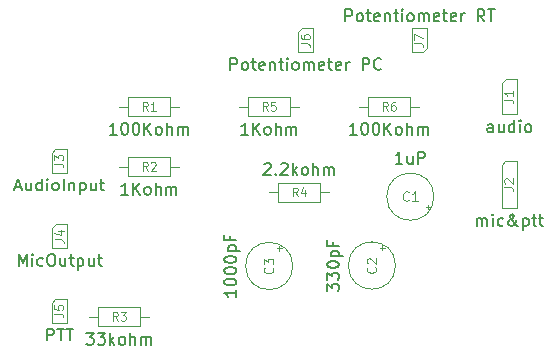
<source format=gbr>
%TF.GenerationSoftware,KiCad,Pcbnew,(6.0.10-0)*%
%TF.CreationDate,2023-01-15T22:19:44+09:00*%
%TF.ProjectId,interface,696e7465-7266-4616-9365-2e6b69636164,rev?*%
%TF.SameCoordinates,Original*%
%TF.FileFunction,AssemblyDrawing,Top*%
%FSLAX46Y46*%
G04 Gerber Fmt 4.6, Leading zero omitted, Abs format (unit mm)*
G04 Created by KiCad (PCBNEW (6.0.10-0)) date 2023-01-15 22:19:44*
%MOMM*%
%LPD*%
G01*
G04 APERTURE LIST*
%ADD10C,0.150000*%
%ADD11C,0.108000*%
%ADD12C,0.114000*%
%ADD13C,0.120000*%
%ADD14C,0.100000*%
G04 APERTURE END LIST*
D10*
%TO.C,R4*%
X139263809Y-98857619D02*
X139311428Y-98810000D01*
X139406666Y-98762380D01*
X139644761Y-98762380D01*
X139740000Y-98810000D01*
X139787619Y-98857619D01*
X139835238Y-98952857D01*
X139835238Y-99048095D01*
X139787619Y-99190952D01*
X139216190Y-99762380D01*
X139835238Y-99762380D01*
X140263809Y-99667142D02*
X140311428Y-99714761D01*
X140263809Y-99762380D01*
X140216190Y-99714761D01*
X140263809Y-99667142D01*
X140263809Y-99762380D01*
X140692380Y-98857619D02*
X140740000Y-98810000D01*
X140835238Y-98762380D01*
X141073333Y-98762380D01*
X141168571Y-98810000D01*
X141216190Y-98857619D01*
X141263809Y-98952857D01*
X141263809Y-99048095D01*
X141216190Y-99190952D01*
X140644761Y-99762380D01*
X141263809Y-99762380D01*
X141692380Y-99762380D02*
X141692380Y-98762380D01*
X141787619Y-99381428D02*
X142073333Y-99762380D01*
X142073333Y-99095714D02*
X141692380Y-99476666D01*
X142644761Y-99762380D02*
X142549523Y-99714761D01*
X142501904Y-99667142D01*
X142454285Y-99571904D01*
X142454285Y-99286190D01*
X142501904Y-99190952D01*
X142549523Y-99143333D01*
X142644761Y-99095714D01*
X142787619Y-99095714D01*
X142882857Y-99143333D01*
X142930476Y-99190952D01*
X142978095Y-99286190D01*
X142978095Y-99571904D01*
X142930476Y-99667142D01*
X142882857Y-99714761D01*
X142787619Y-99762380D01*
X142644761Y-99762380D01*
X143406666Y-99762380D02*
X143406666Y-98762380D01*
X143835238Y-99762380D02*
X143835238Y-99238571D01*
X143787619Y-99143333D01*
X143692380Y-99095714D01*
X143549523Y-99095714D01*
X143454285Y-99143333D01*
X143406666Y-99190952D01*
X144311428Y-99762380D02*
X144311428Y-99095714D01*
X144311428Y-99190952D02*
X144359047Y-99143333D01*
X144454285Y-99095714D01*
X144597142Y-99095714D01*
X144692380Y-99143333D01*
X144740000Y-99238571D01*
X144740000Y-99762380D01*
X144740000Y-99238571D02*
X144787619Y-99143333D01*
X144882857Y-99095714D01*
X145025714Y-99095714D01*
X145120952Y-99143333D01*
X145168571Y-99238571D01*
X145168571Y-99762380D01*
D11*
X142120000Y-101555714D02*
X141880000Y-101212857D01*
X141708571Y-101555714D02*
X141708571Y-100835714D01*
X141982857Y-100835714D01*
X142051428Y-100870000D01*
X142085714Y-100904285D01*
X142120000Y-100972857D01*
X142120000Y-101075714D01*
X142085714Y-101144285D01*
X142051428Y-101178571D01*
X141982857Y-101212857D01*
X141708571Y-101212857D01*
X142737142Y-101075714D02*
X142737142Y-101555714D01*
X142565714Y-100801428D02*
X142394285Y-101315714D01*
X142840000Y-101315714D01*
D10*
%TO.C,J4*%
X118502489Y-107468630D02*
X118502489Y-106468630D01*
X118835822Y-107182916D01*
X119169155Y-106468630D01*
X119169155Y-107468630D01*
X119645346Y-107468630D02*
X119645346Y-106801964D01*
X119645346Y-106468630D02*
X119597727Y-106516250D01*
X119645346Y-106563869D01*
X119692965Y-106516250D01*
X119645346Y-106468630D01*
X119645346Y-106563869D01*
X120550108Y-107421011D02*
X120454870Y-107468630D01*
X120264393Y-107468630D01*
X120169155Y-107421011D01*
X120121536Y-107373392D01*
X120073917Y-107278154D01*
X120073917Y-106992440D01*
X120121536Y-106897202D01*
X120169155Y-106849583D01*
X120264393Y-106801964D01*
X120454870Y-106801964D01*
X120550108Y-106849583D01*
X121169155Y-106468630D02*
X121359631Y-106468630D01*
X121454870Y-106516250D01*
X121550108Y-106611488D01*
X121597727Y-106801964D01*
X121597727Y-107135297D01*
X121550108Y-107325773D01*
X121454870Y-107421011D01*
X121359631Y-107468630D01*
X121169155Y-107468630D01*
X121073917Y-107421011D01*
X120978679Y-107325773D01*
X120931060Y-107135297D01*
X120931060Y-106801964D01*
X120978679Y-106611488D01*
X121073917Y-106516250D01*
X121169155Y-106468630D01*
X122454870Y-106801964D02*
X122454870Y-107468630D01*
X122026298Y-106801964D02*
X122026298Y-107325773D01*
X122073917Y-107421011D01*
X122169155Y-107468630D01*
X122312012Y-107468630D01*
X122407250Y-107421011D01*
X122454870Y-107373392D01*
X122788203Y-106801964D02*
X123169155Y-106801964D01*
X122931060Y-106468630D02*
X122931060Y-107325773D01*
X122978679Y-107421011D01*
X123073917Y-107468630D01*
X123169155Y-107468630D01*
X123502489Y-106801964D02*
X123502489Y-107801964D01*
X123502489Y-106849583D02*
X123597727Y-106801964D01*
X123788203Y-106801964D01*
X123883441Y-106849583D01*
X123931060Y-106897202D01*
X123978679Y-106992440D01*
X123978679Y-107278154D01*
X123931060Y-107373392D01*
X123883441Y-107421011D01*
X123788203Y-107468630D01*
X123597727Y-107468630D01*
X123502489Y-107421011D01*
X124835822Y-106801964D02*
X124835822Y-107468630D01*
X124407250Y-106801964D02*
X124407250Y-107325773D01*
X124454870Y-107421011D01*
X124550108Y-107468630D01*
X124692965Y-107468630D01*
X124788203Y-107421011D01*
X124835822Y-107373392D01*
X125169155Y-106801964D02*
X125550108Y-106801964D01*
X125312012Y-106468630D02*
X125312012Y-107325773D01*
X125359631Y-107421011D01*
X125454870Y-107468630D01*
X125550108Y-107468630D01*
D12*
X121538679Y-105209583D02*
X122081536Y-105209583D01*
X122190108Y-105245773D01*
X122262489Y-105318154D01*
X122298679Y-105426726D01*
X122298679Y-105499107D01*
X121792012Y-104521964D02*
X122298679Y-104521964D01*
X121502489Y-104702916D02*
X122045346Y-104883869D01*
X122045346Y-104413392D01*
D10*
%TO.C,J3*%
X118205714Y-100786666D02*
X118681904Y-100786666D01*
X118110476Y-101072380D02*
X118443809Y-100072380D01*
X118777142Y-101072380D01*
X119539047Y-100405714D02*
X119539047Y-101072380D01*
X119110476Y-100405714D02*
X119110476Y-100929523D01*
X119158095Y-101024761D01*
X119253333Y-101072380D01*
X119396190Y-101072380D01*
X119491428Y-101024761D01*
X119539047Y-100977142D01*
X120443809Y-101072380D02*
X120443809Y-100072380D01*
X120443809Y-101024761D02*
X120348571Y-101072380D01*
X120158095Y-101072380D01*
X120062857Y-101024761D01*
X120015238Y-100977142D01*
X119967619Y-100881904D01*
X119967619Y-100596190D01*
X120015238Y-100500952D01*
X120062857Y-100453333D01*
X120158095Y-100405714D01*
X120348571Y-100405714D01*
X120443809Y-100453333D01*
X120920000Y-101072380D02*
X120920000Y-100405714D01*
X120920000Y-100072380D02*
X120872380Y-100120000D01*
X120920000Y-100167619D01*
X120967619Y-100120000D01*
X120920000Y-100072380D01*
X120920000Y-100167619D01*
X121539047Y-101072380D02*
X121443809Y-101024761D01*
X121396190Y-100977142D01*
X121348571Y-100881904D01*
X121348571Y-100596190D01*
X121396190Y-100500952D01*
X121443809Y-100453333D01*
X121539047Y-100405714D01*
X121681904Y-100405714D01*
X121777142Y-100453333D01*
X121824761Y-100500952D01*
X121872380Y-100596190D01*
X121872380Y-100881904D01*
X121824761Y-100977142D01*
X121777142Y-101024761D01*
X121681904Y-101072380D01*
X121539047Y-101072380D01*
X122300952Y-101072380D02*
X122300952Y-100072380D01*
X122777142Y-100405714D02*
X122777142Y-101072380D01*
X122777142Y-100500952D02*
X122824761Y-100453333D01*
X122920000Y-100405714D01*
X123062857Y-100405714D01*
X123158095Y-100453333D01*
X123205714Y-100548571D01*
X123205714Y-101072380D01*
X123681904Y-100405714D02*
X123681904Y-101405714D01*
X123681904Y-100453333D02*
X123777142Y-100405714D01*
X123967619Y-100405714D01*
X124062857Y-100453333D01*
X124110476Y-100500952D01*
X124158095Y-100596190D01*
X124158095Y-100881904D01*
X124110476Y-100977142D01*
X124062857Y-101024761D01*
X123967619Y-101072380D01*
X123777142Y-101072380D01*
X123681904Y-101024761D01*
X125015238Y-100405714D02*
X125015238Y-101072380D01*
X124586666Y-100405714D02*
X124586666Y-100929523D01*
X124634285Y-101024761D01*
X124729523Y-101072380D01*
X124872380Y-101072380D01*
X124967619Y-101024761D01*
X125015238Y-100977142D01*
X125348571Y-100405714D02*
X125729523Y-100405714D01*
X125491428Y-100072380D02*
X125491428Y-100929523D01*
X125539047Y-101024761D01*
X125634285Y-101072380D01*
X125729523Y-101072380D01*
D12*
X121503809Y-98813333D02*
X122046666Y-98813333D01*
X122155238Y-98849523D01*
X122227619Y-98921904D01*
X122263809Y-99030476D01*
X122263809Y-99102857D01*
X121503809Y-98523809D02*
X121503809Y-98053333D01*
X121793333Y-98306666D01*
X121793333Y-98198095D01*
X121829523Y-98125714D01*
X121865714Y-98089523D01*
X121938095Y-98053333D01*
X122119047Y-98053333D01*
X122191428Y-98089523D01*
X122227619Y-98125714D01*
X122263809Y-98198095D01*
X122263809Y-98415238D01*
X122227619Y-98487619D01*
X122191428Y-98523809D01*
D10*
%TO.C,J6*%
X136424581Y-90867380D02*
X136424581Y-89867380D01*
X136805533Y-89867380D01*
X136900771Y-89915000D01*
X136948390Y-89962619D01*
X136996009Y-90057857D01*
X136996009Y-90200714D01*
X136948390Y-90295952D01*
X136900771Y-90343571D01*
X136805533Y-90391190D01*
X136424581Y-90391190D01*
X137567438Y-90867380D02*
X137472200Y-90819761D01*
X137424581Y-90772142D01*
X137376962Y-90676904D01*
X137376962Y-90391190D01*
X137424581Y-90295952D01*
X137472200Y-90248333D01*
X137567438Y-90200714D01*
X137710295Y-90200714D01*
X137805533Y-90248333D01*
X137853152Y-90295952D01*
X137900771Y-90391190D01*
X137900771Y-90676904D01*
X137853152Y-90772142D01*
X137805533Y-90819761D01*
X137710295Y-90867380D01*
X137567438Y-90867380D01*
X138186485Y-90200714D02*
X138567438Y-90200714D01*
X138329343Y-89867380D02*
X138329343Y-90724523D01*
X138376962Y-90819761D01*
X138472200Y-90867380D01*
X138567438Y-90867380D01*
X139281724Y-90819761D02*
X139186485Y-90867380D01*
X138996009Y-90867380D01*
X138900771Y-90819761D01*
X138853152Y-90724523D01*
X138853152Y-90343571D01*
X138900771Y-90248333D01*
X138996009Y-90200714D01*
X139186485Y-90200714D01*
X139281724Y-90248333D01*
X139329343Y-90343571D01*
X139329343Y-90438809D01*
X138853152Y-90534047D01*
X139757914Y-90200714D02*
X139757914Y-90867380D01*
X139757914Y-90295952D02*
X139805533Y-90248333D01*
X139900771Y-90200714D01*
X140043628Y-90200714D01*
X140138866Y-90248333D01*
X140186485Y-90343571D01*
X140186485Y-90867380D01*
X140519819Y-90200714D02*
X140900771Y-90200714D01*
X140662676Y-89867380D02*
X140662676Y-90724523D01*
X140710295Y-90819761D01*
X140805533Y-90867380D01*
X140900771Y-90867380D01*
X141234104Y-90867380D02*
X141234104Y-90200714D01*
X141234104Y-89867380D02*
X141186485Y-89915000D01*
X141234104Y-89962619D01*
X141281724Y-89915000D01*
X141234104Y-89867380D01*
X141234104Y-89962619D01*
X141853152Y-90867380D02*
X141757914Y-90819761D01*
X141710295Y-90772142D01*
X141662676Y-90676904D01*
X141662676Y-90391190D01*
X141710295Y-90295952D01*
X141757914Y-90248333D01*
X141853152Y-90200714D01*
X141996009Y-90200714D01*
X142091247Y-90248333D01*
X142138866Y-90295952D01*
X142186485Y-90391190D01*
X142186485Y-90676904D01*
X142138866Y-90772142D01*
X142091247Y-90819761D01*
X141996009Y-90867380D01*
X141853152Y-90867380D01*
X142615057Y-90867380D02*
X142615057Y-90200714D01*
X142615057Y-90295952D02*
X142662676Y-90248333D01*
X142757914Y-90200714D01*
X142900771Y-90200714D01*
X142996009Y-90248333D01*
X143043628Y-90343571D01*
X143043628Y-90867380D01*
X143043628Y-90343571D02*
X143091247Y-90248333D01*
X143186485Y-90200714D01*
X143329343Y-90200714D01*
X143424581Y-90248333D01*
X143472200Y-90343571D01*
X143472200Y-90867380D01*
X144329343Y-90819761D02*
X144234104Y-90867380D01*
X144043628Y-90867380D01*
X143948390Y-90819761D01*
X143900771Y-90724523D01*
X143900771Y-90343571D01*
X143948390Y-90248333D01*
X144043628Y-90200714D01*
X144234104Y-90200714D01*
X144329343Y-90248333D01*
X144376962Y-90343571D01*
X144376962Y-90438809D01*
X143900771Y-90534047D01*
X144662676Y-90200714D02*
X145043628Y-90200714D01*
X144805533Y-89867380D02*
X144805533Y-90724523D01*
X144853152Y-90819761D01*
X144948390Y-90867380D01*
X145043628Y-90867380D01*
X145757914Y-90819761D02*
X145662676Y-90867380D01*
X145472200Y-90867380D01*
X145376962Y-90819761D01*
X145329343Y-90724523D01*
X145329343Y-90343571D01*
X145376962Y-90248333D01*
X145472200Y-90200714D01*
X145662676Y-90200714D01*
X145757914Y-90248333D01*
X145805533Y-90343571D01*
X145805533Y-90438809D01*
X145329343Y-90534047D01*
X146234104Y-90867380D02*
X146234104Y-90200714D01*
X146234104Y-90391190D02*
X146281724Y-90295952D01*
X146329343Y-90248333D01*
X146424581Y-90200714D01*
X146519819Y-90200714D01*
X147615057Y-90867380D02*
X147615057Y-89867380D01*
X147996009Y-89867380D01*
X148091247Y-89915000D01*
X148138866Y-89962619D01*
X148186485Y-90057857D01*
X148186485Y-90200714D01*
X148138866Y-90295952D01*
X148091247Y-90343571D01*
X147996009Y-90391190D01*
X147615057Y-90391190D01*
X149186485Y-90772142D02*
X149138866Y-90819761D01*
X148996009Y-90867380D01*
X148900771Y-90867380D01*
X148757914Y-90819761D01*
X148662676Y-90724523D01*
X148615057Y-90629285D01*
X148567438Y-90438809D01*
X148567438Y-90295952D01*
X148615057Y-90105476D01*
X148662676Y-90010238D01*
X148757914Y-89915000D01*
X148900771Y-89867380D01*
X148996009Y-89867380D01*
X149138866Y-89915000D01*
X149186485Y-89962619D01*
D12*
X142365533Y-88608333D02*
X142908390Y-88608333D01*
X143016962Y-88644523D01*
X143089343Y-88716904D01*
X143125533Y-88825476D01*
X143125533Y-88897857D01*
X142365533Y-87920714D02*
X142365533Y-88065476D01*
X142401724Y-88137857D01*
X142437914Y-88174047D01*
X142546485Y-88246428D01*
X142691247Y-88282619D01*
X142980771Y-88282619D01*
X143053152Y-88246428D01*
X143089343Y-88210238D01*
X143125533Y-88137857D01*
X143125533Y-87993095D01*
X143089343Y-87920714D01*
X143053152Y-87884523D01*
X142980771Y-87848333D01*
X142799819Y-87848333D01*
X142727438Y-87884523D01*
X142691247Y-87920714D01*
X142655057Y-87993095D01*
X142655057Y-88137857D01*
X142691247Y-88210238D01*
X142727438Y-88246428D01*
X142799819Y-88282619D01*
D10*
%TO.C,R6*%
X147121904Y-96352380D02*
X146550476Y-96352380D01*
X146836190Y-96352380D02*
X146836190Y-95352380D01*
X146740952Y-95495238D01*
X146645714Y-95590476D01*
X146550476Y-95638095D01*
X147740952Y-95352380D02*
X147836190Y-95352380D01*
X147931428Y-95400000D01*
X147979047Y-95447619D01*
X148026666Y-95542857D01*
X148074285Y-95733333D01*
X148074285Y-95971428D01*
X148026666Y-96161904D01*
X147979047Y-96257142D01*
X147931428Y-96304761D01*
X147836190Y-96352380D01*
X147740952Y-96352380D01*
X147645714Y-96304761D01*
X147598095Y-96257142D01*
X147550476Y-96161904D01*
X147502857Y-95971428D01*
X147502857Y-95733333D01*
X147550476Y-95542857D01*
X147598095Y-95447619D01*
X147645714Y-95400000D01*
X147740952Y-95352380D01*
X148693333Y-95352380D02*
X148788571Y-95352380D01*
X148883809Y-95400000D01*
X148931428Y-95447619D01*
X148979047Y-95542857D01*
X149026666Y-95733333D01*
X149026666Y-95971428D01*
X148979047Y-96161904D01*
X148931428Y-96257142D01*
X148883809Y-96304761D01*
X148788571Y-96352380D01*
X148693333Y-96352380D01*
X148598095Y-96304761D01*
X148550476Y-96257142D01*
X148502857Y-96161904D01*
X148455238Y-95971428D01*
X148455238Y-95733333D01*
X148502857Y-95542857D01*
X148550476Y-95447619D01*
X148598095Y-95400000D01*
X148693333Y-95352380D01*
X149455238Y-96352380D02*
X149455238Y-95352380D01*
X150026666Y-96352380D02*
X149598095Y-95780952D01*
X150026666Y-95352380D02*
X149455238Y-95923809D01*
X150598095Y-96352380D02*
X150502857Y-96304761D01*
X150455238Y-96257142D01*
X150407619Y-96161904D01*
X150407619Y-95876190D01*
X150455238Y-95780952D01*
X150502857Y-95733333D01*
X150598095Y-95685714D01*
X150740952Y-95685714D01*
X150836190Y-95733333D01*
X150883809Y-95780952D01*
X150931428Y-95876190D01*
X150931428Y-96161904D01*
X150883809Y-96257142D01*
X150836190Y-96304761D01*
X150740952Y-96352380D01*
X150598095Y-96352380D01*
X151360000Y-96352380D02*
X151360000Y-95352380D01*
X151788571Y-96352380D02*
X151788571Y-95828571D01*
X151740952Y-95733333D01*
X151645714Y-95685714D01*
X151502857Y-95685714D01*
X151407619Y-95733333D01*
X151360000Y-95780952D01*
X152264761Y-96352380D02*
X152264761Y-95685714D01*
X152264761Y-95780952D02*
X152312380Y-95733333D01*
X152407619Y-95685714D01*
X152550476Y-95685714D01*
X152645714Y-95733333D01*
X152693333Y-95828571D01*
X152693333Y-96352380D01*
X152693333Y-95828571D02*
X152740952Y-95733333D01*
X152836190Y-95685714D01*
X152979047Y-95685714D01*
X153074285Y-95733333D01*
X153121904Y-95828571D01*
X153121904Y-96352380D01*
D11*
X149740000Y-94305714D02*
X149500000Y-93962857D01*
X149328571Y-94305714D02*
X149328571Y-93585714D01*
X149602857Y-93585714D01*
X149671428Y-93620000D01*
X149705714Y-93654285D01*
X149740000Y-93722857D01*
X149740000Y-93825714D01*
X149705714Y-93894285D01*
X149671428Y-93928571D01*
X149602857Y-93962857D01*
X149328571Y-93962857D01*
X150357142Y-93585714D02*
X150220000Y-93585714D01*
X150151428Y-93620000D01*
X150117142Y-93654285D01*
X150048571Y-93757142D01*
X150014285Y-93894285D01*
X150014285Y-94168571D01*
X150048571Y-94237142D01*
X150082857Y-94271428D01*
X150151428Y-94305714D01*
X150288571Y-94305714D01*
X150357142Y-94271428D01*
X150391428Y-94237142D01*
X150425714Y-94168571D01*
X150425714Y-93997142D01*
X150391428Y-93928571D01*
X150357142Y-93894285D01*
X150288571Y-93860000D01*
X150151428Y-93860000D01*
X150082857Y-93894285D01*
X150048571Y-93928571D01*
X150014285Y-93997142D01*
D10*
%TO.C,R5*%
X137914285Y-96352380D02*
X137342857Y-96352380D01*
X137628571Y-96352380D02*
X137628571Y-95352380D01*
X137533333Y-95495238D01*
X137438095Y-95590476D01*
X137342857Y-95638095D01*
X138342857Y-96352380D02*
X138342857Y-95352380D01*
X138914285Y-96352380D02*
X138485714Y-95780952D01*
X138914285Y-95352380D02*
X138342857Y-95923809D01*
X139485714Y-96352380D02*
X139390476Y-96304761D01*
X139342857Y-96257142D01*
X139295238Y-96161904D01*
X139295238Y-95876190D01*
X139342857Y-95780952D01*
X139390476Y-95733333D01*
X139485714Y-95685714D01*
X139628571Y-95685714D01*
X139723809Y-95733333D01*
X139771428Y-95780952D01*
X139819047Y-95876190D01*
X139819047Y-96161904D01*
X139771428Y-96257142D01*
X139723809Y-96304761D01*
X139628571Y-96352380D01*
X139485714Y-96352380D01*
X140247619Y-96352380D02*
X140247619Y-95352380D01*
X140676190Y-96352380D02*
X140676190Y-95828571D01*
X140628571Y-95733333D01*
X140533333Y-95685714D01*
X140390476Y-95685714D01*
X140295238Y-95733333D01*
X140247619Y-95780952D01*
X141152380Y-96352380D02*
X141152380Y-95685714D01*
X141152380Y-95780952D02*
X141200000Y-95733333D01*
X141295238Y-95685714D01*
X141438095Y-95685714D01*
X141533333Y-95733333D01*
X141580952Y-95828571D01*
X141580952Y-96352380D01*
X141580952Y-95828571D02*
X141628571Y-95733333D01*
X141723809Y-95685714D01*
X141866666Y-95685714D01*
X141961904Y-95733333D01*
X142009523Y-95828571D01*
X142009523Y-96352380D01*
D11*
X139580000Y-94305714D02*
X139340000Y-93962857D01*
X139168571Y-94305714D02*
X139168571Y-93585714D01*
X139442857Y-93585714D01*
X139511428Y-93620000D01*
X139545714Y-93654285D01*
X139580000Y-93722857D01*
X139580000Y-93825714D01*
X139545714Y-93894285D01*
X139511428Y-93928571D01*
X139442857Y-93962857D01*
X139168571Y-93962857D01*
X140231428Y-93585714D02*
X139888571Y-93585714D01*
X139854285Y-93928571D01*
X139888571Y-93894285D01*
X139957142Y-93860000D01*
X140128571Y-93860000D01*
X140197142Y-93894285D01*
X140231428Y-93928571D01*
X140265714Y-93997142D01*
X140265714Y-94168571D01*
X140231428Y-94237142D01*
X140197142Y-94271428D01*
X140128571Y-94305714D01*
X139957142Y-94305714D01*
X139888571Y-94271428D01*
X139854285Y-94237142D01*
D10*
%TO.C,R3*%
X124214285Y-113132380D02*
X124833333Y-113132380D01*
X124500000Y-113513333D01*
X124642857Y-113513333D01*
X124738095Y-113560952D01*
X124785714Y-113608571D01*
X124833333Y-113703809D01*
X124833333Y-113941904D01*
X124785714Y-114037142D01*
X124738095Y-114084761D01*
X124642857Y-114132380D01*
X124357142Y-114132380D01*
X124261904Y-114084761D01*
X124214285Y-114037142D01*
X125166666Y-113132380D02*
X125785714Y-113132380D01*
X125452380Y-113513333D01*
X125595238Y-113513333D01*
X125690476Y-113560952D01*
X125738095Y-113608571D01*
X125785714Y-113703809D01*
X125785714Y-113941904D01*
X125738095Y-114037142D01*
X125690476Y-114084761D01*
X125595238Y-114132380D01*
X125309523Y-114132380D01*
X125214285Y-114084761D01*
X125166666Y-114037142D01*
X126214285Y-114132380D02*
X126214285Y-113132380D01*
X126309523Y-113751428D02*
X126595238Y-114132380D01*
X126595238Y-113465714D02*
X126214285Y-113846666D01*
X127166666Y-114132380D02*
X127071428Y-114084761D01*
X127023809Y-114037142D01*
X126976190Y-113941904D01*
X126976190Y-113656190D01*
X127023809Y-113560952D01*
X127071428Y-113513333D01*
X127166666Y-113465714D01*
X127309523Y-113465714D01*
X127404761Y-113513333D01*
X127452380Y-113560952D01*
X127500000Y-113656190D01*
X127500000Y-113941904D01*
X127452380Y-114037142D01*
X127404761Y-114084761D01*
X127309523Y-114132380D01*
X127166666Y-114132380D01*
X127928571Y-114132380D02*
X127928571Y-113132380D01*
X128357142Y-114132380D02*
X128357142Y-113608571D01*
X128309523Y-113513333D01*
X128214285Y-113465714D01*
X128071428Y-113465714D01*
X127976190Y-113513333D01*
X127928571Y-113560952D01*
X128833333Y-114132380D02*
X128833333Y-113465714D01*
X128833333Y-113560952D02*
X128880952Y-113513333D01*
X128976190Y-113465714D01*
X129119047Y-113465714D01*
X129214285Y-113513333D01*
X129261904Y-113608571D01*
X129261904Y-114132380D01*
X129261904Y-113608571D02*
X129309523Y-113513333D01*
X129404761Y-113465714D01*
X129547619Y-113465714D01*
X129642857Y-113513333D01*
X129690476Y-113608571D01*
X129690476Y-114132380D01*
D11*
X126880000Y-112085714D02*
X126640000Y-111742857D01*
X126468571Y-112085714D02*
X126468571Y-111365714D01*
X126742857Y-111365714D01*
X126811428Y-111400000D01*
X126845714Y-111434285D01*
X126880000Y-111502857D01*
X126880000Y-111605714D01*
X126845714Y-111674285D01*
X126811428Y-111708571D01*
X126742857Y-111742857D01*
X126468571Y-111742857D01*
X127120000Y-111365714D02*
X127565714Y-111365714D01*
X127325714Y-111640000D01*
X127428571Y-111640000D01*
X127497142Y-111674285D01*
X127531428Y-111708571D01*
X127565714Y-111777142D01*
X127565714Y-111948571D01*
X127531428Y-112017142D01*
X127497142Y-112051428D01*
X127428571Y-112085714D01*
X127222857Y-112085714D01*
X127154285Y-112051428D01*
X127120000Y-112017142D01*
D10*
%TO.C,R2*%
X127754285Y-101432380D02*
X127182857Y-101432380D01*
X127468571Y-101432380D02*
X127468571Y-100432380D01*
X127373333Y-100575238D01*
X127278095Y-100670476D01*
X127182857Y-100718095D01*
X128182857Y-101432380D02*
X128182857Y-100432380D01*
X128754285Y-101432380D02*
X128325714Y-100860952D01*
X128754285Y-100432380D02*
X128182857Y-101003809D01*
X129325714Y-101432380D02*
X129230476Y-101384761D01*
X129182857Y-101337142D01*
X129135238Y-101241904D01*
X129135238Y-100956190D01*
X129182857Y-100860952D01*
X129230476Y-100813333D01*
X129325714Y-100765714D01*
X129468571Y-100765714D01*
X129563809Y-100813333D01*
X129611428Y-100860952D01*
X129659047Y-100956190D01*
X129659047Y-101241904D01*
X129611428Y-101337142D01*
X129563809Y-101384761D01*
X129468571Y-101432380D01*
X129325714Y-101432380D01*
X130087619Y-101432380D02*
X130087619Y-100432380D01*
X130516190Y-101432380D02*
X130516190Y-100908571D01*
X130468571Y-100813333D01*
X130373333Y-100765714D01*
X130230476Y-100765714D01*
X130135238Y-100813333D01*
X130087619Y-100860952D01*
X130992380Y-101432380D02*
X130992380Y-100765714D01*
X130992380Y-100860952D02*
X131040000Y-100813333D01*
X131135238Y-100765714D01*
X131278095Y-100765714D01*
X131373333Y-100813333D01*
X131420952Y-100908571D01*
X131420952Y-101432380D01*
X131420952Y-100908571D02*
X131468571Y-100813333D01*
X131563809Y-100765714D01*
X131706666Y-100765714D01*
X131801904Y-100813333D01*
X131849523Y-100908571D01*
X131849523Y-101432380D01*
D11*
X129420000Y-99385714D02*
X129180000Y-99042857D01*
X129008571Y-99385714D02*
X129008571Y-98665714D01*
X129282857Y-98665714D01*
X129351428Y-98700000D01*
X129385714Y-98734285D01*
X129420000Y-98802857D01*
X129420000Y-98905714D01*
X129385714Y-98974285D01*
X129351428Y-99008571D01*
X129282857Y-99042857D01*
X129008571Y-99042857D01*
X129694285Y-98734285D02*
X129728571Y-98700000D01*
X129797142Y-98665714D01*
X129968571Y-98665714D01*
X130037142Y-98700000D01*
X130071428Y-98734285D01*
X130105714Y-98802857D01*
X130105714Y-98871428D01*
X130071428Y-98974285D01*
X129660000Y-99385714D01*
X130105714Y-99385714D01*
D10*
%TO.C,R1*%
X126801904Y-96352380D02*
X126230476Y-96352380D01*
X126516190Y-96352380D02*
X126516190Y-95352380D01*
X126420952Y-95495238D01*
X126325714Y-95590476D01*
X126230476Y-95638095D01*
X127420952Y-95352380D02*
X127516190Y-95352380D01*
X127611428Y-95400000D01*
X127659047Y-95447619D01*
X127706666Y-95542857D01*
X127754285Y-95733333D01*
X127754285Y-95971428D01*
X127706666Y-96161904D01*
X127659047Y-96257142D01*
X127611428Y-96304761D01*
X127516190Y-96352380D01*
X127420952Y-96352380D01*
X127325714Y-96304761D01*
X127278095Y-96257142D01*
X127230476Y-96161904D01*
X127182857Y-95971428D01*
X127182857Y-95733333D01*
X127230476Y-95542857D01*
X127278095Y-95447619D01*
X127325714Y-95400000D01*
X127420952Y-95352380D01*
X128373333Y-95352380D02*
X128468571Y-95352380D01*
X128563809Y-95400000D01*
X128611428Y-95447619D01*
X128659047Y-95542857D01*
X128706666Y-95733333D01*
X128706666Y-95971428D01*
X128659047Y-96161904D01*
X128611428Y-96257142D01*
X128563809Y-96304761D01*
X128468571Y-96352380D01*
X128373333Y-96352380D01*
X128278095Y-96304761D01*
X128230476Y-96257142D01*
X128182857Y-96161904D01*
X128135238Y-95971428D01*
X128135238Y-95733333D01*
X128182857Y-95542857D01*
X128230476Y-95447619D01*
X128278095Y-95400000D01*
X128373333Y-95352380D01*
X129135238Y-96352380D02*
X129135238Y-95352380D01*
X129706666Y-96352380D02*
X129278095Y-95780952D01*
X129706666Y-95352380D02*
X129135238Y-95923809D01*
X130278095Y-96352380D02*
X130182857Y-96304761D01*
X130135238Y-96257142D01*
X130087619Y-96161904D01*
X130087619Y-95876190D01*
X130135238Y-95780952D01*
X130182857Y-95733333D01*
X130278095Y-95685714D01*
X130420952Y-95685714D01*
X130516190Y-95733333D01*
X130563809Y-95780952D01*
X130611428Y-95876190D01*
X130611428Y-96161904D01*
X130563809Y-96257142D01*
X130516190Y-96304761D01*
X130420952Y-96352380D01*
X130278095Y-96352380D01*
X131040000Y-96352380D02*
X131040000Y-95352380D01*
X131468571Y-96352380D02*
X131468571Y-95828571D01*
X131420952Y-95733333D01*
X131325714Y-95685714D01*
X131182857Y-95685714D01*
X131087619Y-95733333D01*
X131040000Y-95780952D01*
X131944761Y-96352380D02*
X131944761Y-95685714D01*
X131944761Y-95780952D02*
X131992380Y-95733333D01*
X132087619Y-95685714D01*
X132230476Y-95685714D01*
X132325714Y-95733333D01*
X132373333Y-95828571D01*
X132373333Y-96352380D01*
X132373333Y-95828571D02*
X132420952Y-95733333D01*
X132516190Y-95685714D01*
X132659047Y-95685714D01*
X132754285Y-95733333D01*
X132801904Y-95828571D01*
X132801904Y-96352380D01*
D11*
X129420000Y-94305714D02*
X129180000Y-93962857D01*
X129008571Y-94305714D02*
X129008571Y-93585714D01*
X129282857Y-93585714D01*
X129351428Y-93620000D01*
X129385714Y-93654285D01*
X129420000Y-93722857D01*
X129420000Y-93825714D01*
X129385714Y-93894285D01*
X129351428Y-93928571D01*
X129282857Y-93962857D01*
X129008571Y-93962857D01*
X130105714Y-94305714D02*
X129694285Y-94305714D01*
X129900000Y-94305714D02*
X129900000Y-93585714D01*
X129831428Y-93688571D01*
X129762857Y-93757142D01*
X129694285Y-93791428D01*
D10*
%TO.C,J7*%
X146161904Y-86751130D02*
X146161904Y-85751130D01*
X146542857Y-85751130D01*
X146638095Y-85798750D01*
X146685714Y-85846369D01*
X146733333Y-85941607D01*
X146733333Y-86084464D01*
X146685714Y-86179702D01*
X146638095Y-86227321D01*
X146542857Y-86274940D01*
X146161904Y-86274940D01*
X147304761Y-86751130D02*
X147209523Y-86703511D01*
X147161904Y-86655892D01*
X147114285Y-86560654D01*
X147114285Y-86274940D01*
X147161904Y-86179702D01*
X147209523Y-86132083D01*
X147304761Y-86084464D01*
X147447619Y-86084464D01*
X147542857Y-86132083D01*
X147590476Y-86179702D01*
X147638095Y-86274940D01*
X147638095Y-86560654D01*
X147590476Y-86655892D01*
X147542857Y-86703511D01*
X147447619Y-86751130D01*
X147304761Y-86751130D01*
X147923809Y-86084464D02*
X148304761Y-86084464D01*
X148066666Y-85751130D02*
X148066666Y-86608273D01*
X148114285Y-86703511D01*
X148209523Y-86751130D01*
X148304761Y-86751130D01*
X149019047Y-86703511D02*
X148923809Y-86751130D01*
X148733333Y-86751130D01*
X148638095Y-86703511D01*
X148590476Y-86608273D01*
X148590476Y-86227321D01*
X148638095Y-86132083D01*
X148733333Y-86084464D01*
X148923809Y-86084464D01*
X149019047Y-86132083D01*
X149066666Y-86227321D01*
X149066666Y-86322559D01*
X148590476Y-86417797D01*
X149495238Y-86084464D02*
X149495238Y-86751130D01*
X149495238Y-86179702D02*
X149542857Y-86132083D01*
X149638095Y-86084464D01*
X149780952Y-86084464D01*
X149876190Y-86132083D01*
X149923809Y-86227321D01*
X149923809Y-86751130D01*
X150257142Y-86084464D02*
X150638095Y-86084464D01*
X150400000Y-85751130D02*
X150400000Y-86608273D01*
X150447619Y-86703511D01*
X150542857Y-86751130D01*
X150638095Y-86751130D01*
X150971428Y-86751130D02*
X150971428Y-86084464D01*
X150971428Y-85751130D02*
X150923809Y-85798750D01*
X150971428Y-85846369D01*
X151019047Y-85798750D01*
X150971428Y-85751130D01*
X150971428Y-85846369D01*
X151590476Y-86751130D02*
X151495238Y-86703511D01*
X151447619Y-86655892D01*
X151400000Y-86560654D01*
X151400000Y-86274940D01*
X151447619Y-86179702D01*
X151495238Y-86132083D01*
X151590476Y-86084464D01*
X151733333Y-86084464D01*
X151828571Y-86132083D01*
X151876190Y-86179702D01*
X151923809Y-86274940D01*
X151923809Y-86560654D01*
X151876190Y-86655892D01*
X151828571Y-86703511D01*
X151733333Y-86751130D01*
X151590476Y-86751130D01*
X152352380Y-86751130D02*
X152352380Y-86084464D01*
X152352380Y-86179702D02*
X152400000Y-86132083D01*
X152495238Y-86084464D01*
X152638095Y-86084464D01*
X152733333Y-86132083D01*
X152780952Y-86227321D01*
X152780952Y-86751130D01*
X152780952Y-86227321D02*
X152828571Y-86132083D01*
X152923809Y-86084464D01*
X153066666Y-86084464D01*
X153161904Y-86132083D01*
X153209523Y-86227321D01*
X153209523Y-86751130D01*
X154066666Y-86703511D02*
X153971428Y-86751130D01*
X153780952Y-86751130D01*
X153685714Y-86703511D01*
X153638095Y-86608273D01*
X153638095Y-86227321D01*
X153685714Y-86132083D01*
X153780952Y-86084464D01*
X153971428Y-86084464D01*
X154066666Y-86132083D01*
X154114285Y-86227321D01*
X154114285Y-86322559D01*
X153638095Y-86417797D01*
X154400000Y-86084464D02*
X154780952Y-86084464D01*
X154542857Y-85751130D02*
X154542857Y-86608273D01*
X154590476Y-86703511D01*
X154685714Y-86751130D01*
X154780952Y-86751130D01*
X155495238Y-86703511D02*
X155400000Y-86751130D01*
X155209523Y-86751130D01*
X155114285Y-86703511D01*
X155066666Y-86608273D01*
X155066666Y-86227321D01*
X155114285Y-86132083D01*
X155209523Y-86084464D01*
X155400000Y-86084464D01*
X155495238Y-86132083D01*
X155542857Y-86227321D01*
X155542857Y-86322559D01*
X155066666Y-86417797D01*
X155971428Y-86751130D02*
X155971428Y-86084464D01*
X155971428Y-86274940D02*
X156019047Y-86179702D01*
X156066666Y-86132083D01*
X156161904Y-86084464D01*
X156257142Y-86084464D01*
X157923809Y-86751130D02*
X157590476Y-86274940D01*
X157352380Y-86751130D02*
X157352380Y-85751130D01*
X157733333Y-85751130D01*
X157828571Y-85798750D01*
X157876190Y-85846369D01*
X157923809Y-85941607D01*
X157923809Y-86084464D01*
X157876190Y-86179702D01*
X157828571Y-86227321D01*
X157733333Y-86274940D01*
X157352380Y-86274940D01*
X158209523Y-85751130D02*
X158780952Y-85751130D01*
X158495238Y-86751130D02*
X158495238Y-85751130D01*
D12*
X151983809Y-88612083D02*
X152526666Y-88612083D01*
X152635238Y-88648273D01*
X152707619Y-88720654D01*
X152743809Y-88829226D01*
X152743809Y-88901607D01*
X151983809Y-88322559D02*
X151983809Y-87815892D01*
X152743809Y-88141607D01*
D10*
%TO.C,J5*%
X120896190Y-113772380D02*
X120896190Y-112772380D01*
X121277142Y-112772380D01*
X121372380Y-112820000D01*
X121420000Y-112867619D01*
X121467619Y-112962857D01*
X121467619Y-113105714D01*
X121420000Y-113200952D01*
X121372380Y-113248571D01*
X121277142Y-113296190D01*
X120896190Y-113296190D01*
X121753333Y-112772380D02*
X122324761Y-112772380D01*
X122039047Y-113772380D02*
X122039047Y-112772380D01*
X122515238Y-112772380D02*
X123086666Y-112772380D01*
X122800952Y-113772380D02*
X122800952Y-112772380D01*
D12*
X121503809Y-111513333D02*
X122046666Y-111513333D01*
X122155238Y-111549523D01*
X122227619Y-111621904D01*
X122263809Y-111730476D01*
X122263809Y-111802857D01*
X121503809Y-110789523D02*
X121503809Y-111151428D01*
X121865714Y-111187619D01*
X121829523Y-111151428D01*
X121793333Y-111079047D01*
X121793333Y-110898095D01*
X121829523Y-110825714D01*
X121865714Y-110789523D01*
X121938095Y-110753333D01*
X122119047Y-110753333D01*
X122191428Y-110789523D01*
X122227619Y-110825714D01*
X122263809Y-110898095D01*
X122263809Y-111079047D01*
X122227619Y-111151428D01*
X122191428Y-111187619D01*
D10*
%TO.C,J2*%
X157281904Y-104072380D02*
X157281904Y-103405714D01*
X157281904Y-103500952D02*
X157329523Y-103453333D01*
X157424761Y-103405714D01*
X157567619Y-103405714D01*
X157662857Y-103453333D01*
X157710476Y-103548571D01*
X157710476Y-104072380D01*
X157710476Y-103548571D02*
X157758095Y-103453333D01*
X157853333Y-103405714D01*
X157996190Y-103405714D01*
X158091428Y-103453333D01*
X158139047Y-103548571D01*
X158139047Y-104072380D01*
X158615238Y-104072380D02*
X158615238Y-103405714D01*
X158615238Y-103072380D02*
X158567619Y-103120000D01*
X158615238Y-103167619D01*
X158662857Y-103120000D01*
X158615238Y-103072380D01*
X158615238Y-103167619D01*
X159520000Y-104024761D02*
X159424761Y-104072380D01*
X159234285Y-104072380D01*
X159139047Y-104024761D01*
X159091428Y-103977142D01*
X159043809Y-103881904D01*
X159043809Y-103596190D01*
X159091428Y-103500952D01*
X159139047Y-103453333D01*
X159234285Y-103405714D01*
X159424761Y-103405714D01*
X159520000Y-103453333D01*
X160758095Y-104072380D02*
X160710476Y-104072380D01*
X160615238Y-104024761D01*
X160472380Y-103881904D01*
X160234285Y-103596190D01*
X160139047Y-103453333D01*
X160091428Y-103310476D01*
X160091428Y-103215238D01*
X160139047Y-103120000D01*
X160234285Y-103072380D01*
X160281904Y-103072380D01*
X160377142Y-103120000D01*
X160424761Y-103215238D01*
X160424761Y-103262857D01*
X160377142Y-103358095D01*
X160329523Y-103405714D01*
X160043809Y-103596190D01*
X159996190Y-103643809D01*
X159948571Y-103739047D01*
X159948571Y-103881904D01*
X159996190Y-103977142D01*
X160043809Y-104024761D01*
X160139047Y-104072380D01*
X160281904Y-104072380D01*
X160377142Y-104024761D01*
X160424761Y-103977142D01*
X160567619Y-103786666D01*
X160615238Y-103643809D01*
X160615238Y-103548571D01*
X161186666Y-103405714D02*
X161186666Y-104405714D01*
X161186666Y-103453333D02*
X161281904Y-103405714D01*
X161472380Y-103405714D01*
X161567619Y-103453333D01*
X161615238Y-103500952D01*
X161662857Y-103596190D01*
X161662857Y-103881904D01*
X161615238Y-103977142D01*
X161567619Y-104024761D01*
X161472380Y-104072380D01*
X161281904Y-104072380D01*
X161186666Y-104024761D01*
X161948571Y-103405714D02*
X162329523Y-103405714D01*
X162091428Y-103072380D02*
X162091428Y-103929523D01*
X162139047Y-104024761D01*
X162234285Y-104072380D01*
X162329523Y-104072380D01*
X162520000Y-103405714D02*
X162900952Y-103405714D01*
X162662857Y-103072380D02*
X162662857Y-103929523D01*
X162710476Y-104024761D01*
X162805714Y-104072380D01*
X162900952Y-104072380D01*
D12*
X159603809Y-100813333D02*
X160146666Y-100813333D01*
X160255238Y-100849523D01*
X160327619Y-100921904D01*
X160363809Y-101030476D01*
X160363809Y-101102857D01*
X159676190Y-100487619D02*
X159640000Y-100451428D01*
X159603809Y-100379047D01*
X159603809Y-100198095D01*
X159640000Y-100125714D01*
X159676190Y-100089523D01*
X159748571Y-100053333D01*
X159820952Y-100053333D01*
X159929523Y-100089523D01*
X160363809Y-100523809D01*
X160363809Y-100053333D01*
D10*
%TO.C,J1*%
X158651073Y-96137380D02*
X158651073Y-95613571D01*
X158603454Y-95518333D01*
X158508216Y-95470714D01*
X158317740Y-95470714D01*
X158222502Y-95518333D01*
X158651073Y-96089761D02*
X158555835Y-96137380D01*
X158317740Y-96137380D01*
X158222502Y-96089761D01*
X158174883Y-95994523D01*
X158174883Y-95899285D01*
X158222502Y-95804047D01*
X158317740Y-95756428D01*
X158555835Y-95756428D01*
X158651073Y-95708809D01*
X159555835Y-95470714D02*
X159555835Y-96137380D01*
X159127264Y-95470714D02*
X159127264Y-95994523D01*
X159174883Y-96089761D01*
X159270121Y-96137380D01*
X159412978Y-96137380D01*
X159508216Y-96089761D01*
X159555835Y-96042142D01*
X160460597Y-96137380D02*
X160460597Y-95137380D01*
X160460597Y-96089761D02*
X160365359Y-96137380D01*
X160174883Y-96137380D01*
X160079645Y-96089761D01*
X160032026Y-96042142D01*
X159984406Y-95946904D01*
X159984406Y-95661190D01*
X160032026Y-95565952D01*
X160079645Y-95518333D01*
X160174883Y-95470714D01*
X160365359Y-95470714D01*
X160460597Y-95518333D01*
X160936787Y-96137380D02*
X160936787Y-95470714D01*
X160936787Y-95137380D02*
X160889168Y-95185000D01*
X160936787Y-95232619D01*
X160984406Y-95185000D01*
X160936787Y-95137380D01*
X160936787Y-95232619D01*
X161555835Y-96137380D02*
X161460597Y-96089761D01*
X161412978Y-96042142D01*
X161365359Y-95946904D01*
X161365359Y-95661190D01*
X161412978Y-95565952D01*
X161460597Y-95518333D01*
X161555835Y-95470714D01*
X161698692Y-95470714D01*
X161793930Y-95518333D01*
X161841549Y-95565952D01*
X161889168Y-95661190D01*
X161889168Y-95946904D01*
X161841549Y-96042142D01*
X161793930Y-96089761D01*
X161698692Y-96137380D01*
X161555835Y-96137380D01*
D12*
X159615835Y-93378333D02*
X160158692Y-93378333D01*
X160267264Y-93414523D01*
X160339645Y-93486904D01*
X160375835Y-93595476D01*
X160375835Y-93667857D01*
X160375835Y-92618333D02*
X160375835Y-93052619D01*
X160375835Y-92835476D02*
X159615835Y-92835476D01*
X159724406Y-92907857D01*
X159796787Y-92980238D01*
X159832978Y-93052619D01*
D10*
%TO.C,C3*%
X136902380Y-109491255D02*
X136902380Y-110062684D01*
X136902380Y-109776969D02*
X135902380Y-109776969D01*
X136045238Y-109872207D01*
X136140476Y-109967446D01*
X136188095Y-110062684D01*
X135902380Y-108872207D02*
X135902380Y-108776969D01*
X135950000Y-108681731D01*
X135997619Y-108634112D01*
X136092857Y-108586493D01*
X136283333Y-108538874D01*
X136521428Y-108538874D01*
X136711904Y-108586493D01*
X136807142Y-108634112D01*
X136854761Y-108681731D01*
X136902380Y-108776969D01*
X136902380Y-108872207D01*
X136854761Y-108967446D01*
X136807142Y-109015065D01*
X136711904Y-109062684D01*
X136521428Y-109110303D01*
X136283333Y-109110303D01*
X136092857Y-109062684D01*
X135997619Y-109015065D01*
X135950000Y-108967446D01*
X135902380Y-108872207D01*
X135902380Y-107919826D02*
X135902380Y-107824588D01*
X135950000Y-107729350D01*
X135997619Y-107681731D01*
X136092857Y-107634112D01*
X136283333Y-107586493D01*
X136521428Y-107586493D01*
X136711904Y-107634112D01*
X136807142Y-107681731D01*
X136854761Y-107729350D01*
X136902380Y-107824588D01*
X136902380Y-107919826D01*
X136854761Y-108015065D01*
X136807142Y-108062684D01*
X136711904Y-108110303D01*
X136521428Y-108157922D01*
X136283333Y-108157922D01*
X136092857Y-108110303D01*
X135997619Y-108062684D01*
X135950000Y-108015065D01*
X135902380Y-107919826D01*
X135902380Y-106967446D02*
X135902380Y-106872207D01*
X135950000Y-106776969D01*
X135997619Y-106729350D01*
X136092857Y-106681731D01*
X136283333Y-106634112D01*
X136521428Y-106634112D01*
X136711904Y-106681731D01*
X136807142Y-106729350D01*
X136854761Y-106776969D01*
X136902380Y-106872207D01*
X136902380Y-106967446D01*
X136854761Y-107062684D01*
X136807142Y-107110303D01*
X136711904Y-107157922D01*
X136521428Y-107205541D01*
X136283333Y-107205541D01*
X136092857Y-107157922D01*
X135997619Y-107110303D01*
X135950000Y-107062684D01*
X135902380Y-106967446D01*
X136235714Y-106205541D02*
X137235714Y-106205541D01*
X136283333Y-106205541D02*
X136235714Y-106110303D01*
X136235714Y-105919826D01*
X136283333Y-105824588D01*
X136330952Y-105776969D01*
X136426190Y-105729350D01*
X136711904Y-105729350D01*
X136807142Y-105776969D01*
X136854761Y-105824588D01*
X136902380Y-105919826D01*
X136902380Y-106110303D01*
X136854761Y-106205541D01*
X136378571Y-104967446D02*
X136378571Y-105300779D01*
X136902380Y-105300779D02*
X135902380Y-105300779D01*
X135902380Y-104824588D01*
D13*
X139985714Y-107600779D02*
X140023809Y-107638874D01*
X140061904Y-107753160D01*
X140061904Y-107829350D01*
X140023809Y-107943636D01*
X139947619Y-108019826D01*
X139871428Y-108057922D01*
X139719047Y-108096017D01*
X139604761Y-108096017D01*
X139452380Y-108057922D01*
X139376190Y-108019826D01*
X139300000Y-107943636D01*
X139261904Y-107829350D01*
X139261904Y-107753160D01*
X139300000Y-107638874D01*
X139338095Y-107600779D01*
X139261904Y-107334112D02*
X139261904Y-106838874D01*
X139566666Y-107105541D01*
X139566666Y-106991255D01*
X139604761Y-106915065D01*
X139642857Y-106876969D01*
X139719047Y-106838874D01*
X139909523Y-106838874D01*
X139985714Y-106876969D01*
X140023809Y-106915065D01*
X140061904Y-106991255D01*
X140061904Y-107219826D01*
X140023809Y-107296017D01*
X139985714Y-107334112D01*
D10*
%TO.C,C2*%
X144602380Y-109596666D02*
X144602380Y-108977619D01*
X144983333Y-109310952D01*
X144983333Y-109168095D01*
X145030952Y-109072857D01*
X145078571Y-109025238D01*
X145173809Y-108977619D01*
X145411904Y-108977619D01*
X145507142Y-109025238D01*
X145554761Y-109072857D01*
X145602380Y-109168095D01*
X145602380Y-109453809D01*
X145554761Y-109549047D01*
X145507142Y-109596666D01*
X144602380Y-108644285D02*
X144602380Y-108025238D01*
X144983333Y-108358571D01*
X144983333Y-108215714D01*
X145030952Y-108120476D01*
X145078571Y-108072857D01*
X145173809Y-108025238D01*
X145411904Y-108025238D01*
X145507142Y-108072857D01*
X145554761Y-108120476D01*
X145602380Y-108215714D01*
X145602380Y-108501428D01*
X145554761Y-108596666D01*
X145507142Y-108644285D01*
X144602380Y-107406190D02*
X144602380Y-107310952D01*
X144650000Y-107215714D01*
X144697619Y-107168095D01*
X144792857Y-107120476D01*
X144983333Y-107072857D01*
X145221428Y-107072857D01*
X145411904Y-107120476D01*
X145507142Y-107168095D01*
X145554761Y-107215714D01*
X145602380Y-107310952D01*
X145602380Y-107406190D01*
X145554761Y-107501428D01*
X145507142Y-107549047D01*
X145411904Y-107596666D01*
X145221428Y-107644285D01*
X144983333Y-107644285D01*
X144792857Y-107596666D01*
X144697619Y-107549047D01*
X144650000Y-107501428D01*
X144602380Y-107406190D01*
X144935714Y-106644285D02*
X145935714Y-106644285D01*
X144983333Y-106644285D02*
X144935714Y-106549047D01*
X144935714Y-106358571D01*
X144983333Y-106263333D01*
X145030952Y-106215714D01*
X145126190Y-106168095D01*
X145411904Y-106168095D01*
X145507142Y-106215714D01*
X145554761Y-106263333D01*
X145602380Y-106358571D01*
X145602380Y-106549047D01*
X145554761Y-106644285D01*
X145078571Y-105406190D02*
X145078571Y-105739523D01*
X145602380Y-105739523D02*
X144602380Y-105739523D01*
X144602380Y-105263333D01*
D13*
X148685714Y-107563333D02*
X148723809Y-107601428D01*
X148761904Y-107715714D01*
X148761904Y-107791904D01*
X148723809Y-107906190D01*
X148647619Y-107982380D01*
X148571428Y-108020476D01*
X148419047Y-108058571D01*
X148304761Y-108058571D01*
X148152380Y-108020476D01*
X148076190Y-107982380D01*
X148000000Y-107906190D01*
X147961904Y-107791904D01*
X147961904Y-107715714D01*
X148000000Y-107601428D01*
X148038095Y-107563333D01*
X148038095Y-107258571D02*
X148000000Y-107220476D01*
X147961904Y-107144285D01*
X147961904Y-106953809D01*
X148000000Y-106877619D01*
X148038095Y-106839523D01*
X148114285Y-106801428D01*
X148190476Y-106801428D01*
X148304761Y-106839523D01*
X148761904Y-107296666D01*
X148761904Y-106801428D01*
D10*
%TO.C,C1*%
X150983333Y-98802380D02*
X150411904Y-98802380D01*
X150697619Y-98802380D02*
X150697619Y-97802380D01*
X150602380Y-97945238D01*
X150507142Y-98040476D01*
X150411904Y-98088095D01*
X151840476Y-98135714D02*
X151840476Y-98802380D01*
X151411904Y-98135714D02*
X151411904Y-98659523D01*
X151459523Y-98754761D01*
X151554761Y-98802380D01*
X151697619Y-98802380D01*
X151792857Y-98754761D01*
X151840476Y-98707142D01*
X152316666Y-98802380D02*
X152316666Y-97802380D01*
X152697619Y-97802380D01*
X152792857Y-97850000D01*
X152840476Y-97897619D01*
X152888095Y-97992857D01*
X152888095Y-98135714D01*
X152840476Y-98230952D01*
X152792857Y-98278571D01*
X152697619Y-98326190D01*
X152316666Y-98326190D01*
D13*
X151516666Y-101885714D02*
X151478571Y-101923809D01*
X151364285Y-101961904D01*
X151288095Y-101961904D01*
X151173809Y-101923809D01*
X151097619Y-101847619D01*
X151059523Y-101771428D01*
X151021428Y-101619047D01*
X151021428Y-101504761D01*
X151059523Y-101352380D01*
X151097619Y-101276190D01*
X151173809Y-101200000D01*
X151288095Y-101161904D01*
X151364285Y-101161904D01*
X151478571Y-101200000D01*
X151516666Y-101238095D01*
X152278571Y-101961904D02*
X151821428Y-101961904D01*
X152050000Y-101961904D02*
X152050000Y-101161904D01*
X151973809Y-101276190D01*
X151897619Y-101352380D01*
X151821428Y-101390476D01*
D14*
%TO.C,R4*%
X140440000Y-100430000D02*
X140440000Y-102030000D01*
X144780000Y-101230000D02*
X144040000Y-101230000D01*
X144040000Y-102030000D02*
X144040000Y-100430000D01*
X144040000Y-100430000D02*
X140440000Y-100430000D01*
X140440000Y-102030000D02*
X144040000Y-102030000D01*
X139700000Y-101230000D02*
X140440000Y-101230000D01*
%TO.C,J4*%
X122589870Y-105956250D02*
X121319870Y-105956250D01*
X121319870Y-105956250D02*
X121319870Y-104273750D01*
X121637370Y-103956250D02*
X122589870Y-103956250D01*
X121319870Y-104273750D02*
X121637370Y-103956250D01*
X122589870Y-103956250D02*
X122589870Y-105956250D01*
%TO.C,J3*%
X122555000Y-99560000D02*
X121285000Y-99560000D01*
X121285000Y-99560000D02*
X121285000Y-97877500D01*
X121602500Y-97560000D02*
X122555000Y-97560000D01*
X121285000Y-97877500D02*
X121602500Y-97560000D01*
X122555000Y-97560000D02*
X122555000Y-99560000D01*
%TO.C,J6*%
X143416724Y-89355000D02*
X142146724Y-89355000D01*
X142146724Y-89355000D02*
X142146724Y-87672500D01*
X142464224Y-87355000D02*
X143416724Y-87355000D01*
X142146724Y-87672500D02*
X142464224Y-87355000D01*
X143416724Y-87355000D02*
X143416724Y-89355000D01*
%TO.C,R6*%
X151660000Y-94780000D02*
X151660000Y-93180000D01*
X147320000Y-93980000D02*
X148060000Y-93980000D01*
X148060000Y-93180000D02*
X148060000Y-94780000D01*
X148060000Y-94780000D02*
X151660000Y-94780000D01*
X151660000Y-93180000D02*
X148060000Y-93180000D01*
X152400000Y-93980000D02*
X151660000Y-93980000D01*
%TO.C,R5*%
X141500000Y-94780000D02*
X141500000Y-93180000D01*
X137160000Y-93980000D02*
X137900000Y-93980000D01*
X137900000Y-93180000D02*
X137900000Y-94780000D01*
X137900000Y-94780000D02*
X141500000Y-94780000D01*
X141500000Y-93180000D02*
X137900000Y-93180000D01*
X142240000Y-93980000D02*
X141500000Y-93980000D01*
%TO.C,R3*%
X128800000Y-112560000D02*
X128800000Y-110960000D01*
X124460000Y-111760000D02*
X125200000Y-111760000D01*
X125200000Y-110960000D02*
X125200000Y-112560000D01*
X125200000Y-112560000D02*
X128800000Y-112560000D01*
X128800000Y-110960000D02*
X125200000Y-110960000D01*
X129540000Y-111760000D02*
X128800000Y-111760000D01*
%TO.C,R2*%
X131340000Y-99860000D02*
X131340000Y-98260000D01*
X127000000Y-99060000D02*
X127740000Y-99060000D01*
X127740000Y-98260000D02*
X127740000Y-99860000D01*
X127740000Y-99860000D02*
X131340000Y-99860000D01*
X131340000Y-98260000D02*
X127740000Y-98260000D01*
X132080000Y-99060000D02*
X131340000Y-99060000D01*
%TO.C,R1*%
X131340000Y-94780000D02*
X131340000Y-93180000D01*
X127000000Y-93980000D02*
X127740000Y-93980000D01*
X127740000Y-93180000D02*
X127740000Y-94780000D01*
X127740000Y-94780000D02*
X131340000Y-94780000D01*
X131340000Y-93180000D02*
X127740000Y-93180000D01*
X132080000Y-93980000D02*
X131340000Y-93980000D01*
%TO.C,J7*%
X151765000Y-87358750D02*
X153035000Y-87358750D01*
X153035000Y-87358750D02*
X153035000Y-89041250D01*
X152717500Y-89358750D02*
X151765000Y-89358750D01*
X153035000Y-89041250D02*
X152717500Y-89358750D01*
X151765000Y-89358750D02*
X151765000Y-87358750D01*
%TO.C,J5*%
X122555000Y-112260000D02*
X121285000Y-112260000D01*
X121285000Y-112260000D02*
X121285000Y-110577500D01*
X121602500Y-110260000D02*
X122555000Y-110260000D01*
X121285000Y-110577500D02*
X121602500Y-110260000D01*
X122555000Y-110260000D02*
X122555000Y-112260000D01*
%TO.C,J2*%
X159385000Y-102560000D02*
X159385000Y-98877500D01*
X159385000Y-98877500D02*
X159702500Y-98560000D01*
X159702500Y-98560000D02*
X160655000Y-98560000D01*
X160655000Y-98560000D02*
X160655000Y-102560000D01*
X160655000Y-102560000D02*
X159385000Y-102560000D01*
%TO.C,J1*%
X159714526Y-91625000D02*
X160667026Y-91625000D01*
X160667026Y-91625000D02*
X160667026Y-94625000D01*
X159397026Y-91942500D02*
X159714526Y-91625000D01*
X160667026Y-94625000D02*
X159397026Y-94625000D01*
X159397026Y-94625000D02*
X159397026Y-91942500D01*
%TO.C,C3*%
X140567500Y-105764892D02*
X140567500Y-106164892D01*
X140767500Y-105964892D02*
X140367500Y-105964892D01*
X141700000Y-107467446D02*
G75*
G03*
X141700000Y-107467446I-2000000J0D01*
G01*
%TO.C,C2*%
X149267500Y-105727446D02*
X149267500Y-106127446D01*
X149467500Y-105927446D02*
X149067500Y-105927446D01*
X150400000Y-107430000D02*
G75*
G03*
X150400000Y-107430000I-2000000J0D01*
G01*
%TO.C,C1*%
X153352554Y-102467500D02*
X152952554Y-102467500D01*
X153152554Y-102667500D02*
X153152554Y-102267500D01*
X153650000Y-101600000D02*
G75*
G03*
X153650000Y-101600000I-2000000J0D01*
G01*
%TD*%
M02*

</source>
